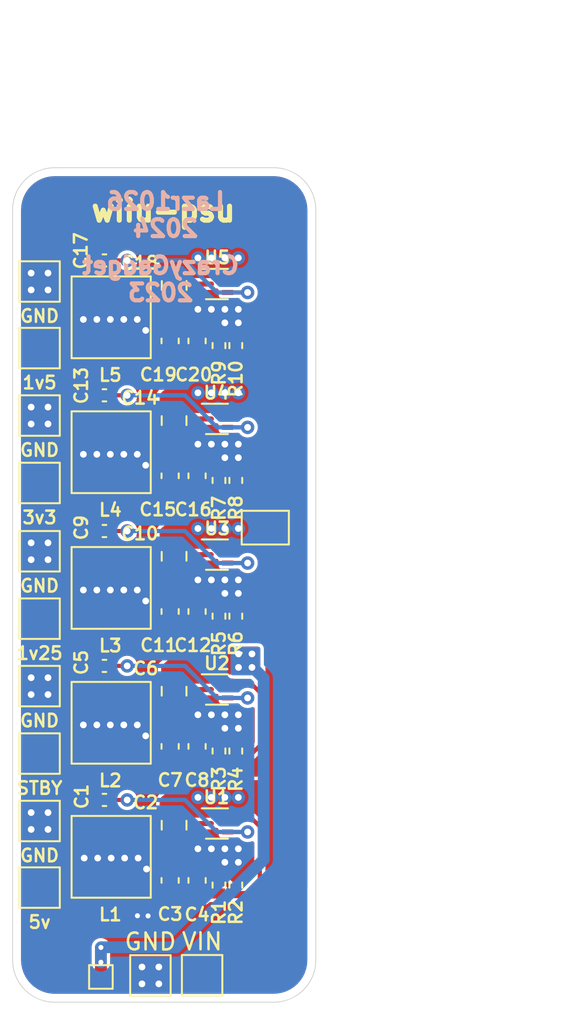
<source format=kicad_pcb>
(kicad_pcb (version 20240108) (generator "pcbnew") (generator_version "8.0")
  (layers (0 "F.Cu" signal) (31 "B.Cu" signal) (34 "B.Paste" user) (35 "F.Paste" user) (36 "B.SilkS" user "B.Silkscreen") (37 "F.SilkS" user "F.Silkscreen") (38 "B.Mask" user) (39 "F.Mask" user) (44 "Edge.Cuts" user))
  (net 0 "")
  (net 1 "Net-(U1-BST)")
  (net 2 "Net-(U1-SW)")
  (net 3 "GND")
  (net 4 "VIN")
  (net 5 "Net-(C3-Pad1)")
  (net 6 "Net-(U2-SW)")
  (net 7 "Net-(U2-BST)")
  (net 8 "Net-(C7-Pad1)")
  (net 9 "VIN_STBY")
  (net 10 "Net-(U3-BST)")
  (net 11 "Net-(C11-Pad1)")
  (net 12 "Net-(U3-SW)")
  (net 13 "Net-(JP1-B)")
  (net 14 "Net-(C15-Pad1)")
  (net 15 "Net-(U4-BST)")
  (net 16 "Net-(U4-SW)")
  (net 17 "Net-(C19-Pad1)")
  (net 18 "Net-(U5-BST)")
  (net 19 "Net-(U5-SW)")
  (net 20 "Net-(U1-FB)")
  (net 21 "Net-(U2-FB)")
  (net 22 "Net-(U3-FB)")
  (net 23 "Net-(U4-FB)")
  (net 24 "Net-(U5-FB)")
  (footprint "TestPoint:TestPoint_Pad_2.0x2.0mm" (layer "F.Cu") (at 140.14 126.42)
    (property "Reference" "TP1" (hide yes))
    (property "Value" "VIN")
  )
  (footprint "TestPoint:TestPoint_Pad_2.0x2.0mm" (layer "F.Cu") (at 137.07 126.43)
    (property "Reference" "TP3" (hide yes))
    (property "Value" "GND")
  )
  (footprint "Capacitor_SMD:C_0805_2012Metric" (layer "F.Cu") (at 138.476 109.57 90)
    (property "Reference" "C6")
    (property "Value" "10uF")
  )
  (footprint "Capacitor_SMD:C_0805_2012Metric" (layer "F.Cu") (at 138.476 117.52 90)
    (property "Reference" "C2")
    (property "Value" "10uF")
  )
  (footprint "Capacitor_SMD:C_0402_1005Metric" (layer "F.Cu") (at 134.34 116.02 180)
    (property "Reference" "C1")
    (property "Value" "100nF")
  )
  (footprint "Capacitor_SMD:C_0603_1608Metric" (layer "F.Cu") (at 139.84 120.795 90)
    (property "Reference" "C4")
    (property "Value" "22uF")
  )
  (footprint "Capacitor_SMD:C_0603_1608Metric" (layer "F.Cu") (at 138.24 112.845 90)
    (property "Reference" "C7")
    (property "Value" "22uF")
  )
  (footprint "Capacitor_SMD:C_0402_1005Metric" (layer "F.Cu") (at 134.34 108.07 180)
    (property "Reference" "C5")
    (property "Value" "100nF")
  )
  (footprint "Capacitor_SMD:C_0603_1608Metric" (layer "F.Cu") (at 138.24 120.795 90)
    (property "Reference" "C3")
    (property "Value" "22uF")
  )
  (footprint "Resistor_SMD:R_0402_1005Metric" (layer "F.Cu") (at 141.14 105.12 90)
    (property "Reference" "R5")
    (property "Value" "5.62k")
  )
  (footprint "Capacitor_SMD:C_0603_1608Metric" (layer "F.Cu") (at 139.84 96.795 90)
    (property "Reference" "C16")
    (property "Value" "22uF")
  )
  (footprint "Resistor_SMD:R_0402_1005Metric" (layer "F.Cu") (at 142.14 105.12 90)
    (property "Reference" "R6")
    (property "Value" "10k")
  )
  (footprint "PSU Plus:1919" (layer "F.Cu") (at 134.69 87.42 -90)
    (property "Reference" "L5")
    (property "Value" "3.3uH")
  )
  (footprint "PSU Plus:1919" (layer "F.Cu") (at 134.69 119.42 -90)
    (property "Reference" "L1")
    (property "Value" "3.3uH")
  )
  (footprint "Capacitor_SMD:C_0603_1608Metric" (layer "F.Cu") (at 139.84 112.845 90)
    (property "Reference" "C8")
    (property "Value" "22uF")
  )
  (footprint "Capacitor_SMD:C_0402_1005Metric" (layer "F.Cu") (at 134.34 100.07 180)
    (property "Reference" "C9")
    (property "Value" "100nF")
  )
  (footprint "Capacitor_SMD:C_0805_2012Metric" (layer "F.Cu") (at 138.476 101.57 90)
    (property "Reference" "C10")
    (property "Value" "10uF")
  )
  (footprint "PSU Plus:1919" (layer "F.Cu") (at 134.69 111.47 -90)
    (property "Reference" "L2")
    (property "Value" "3.3uH")
  )
  (footprint "Capacitor_SMD:C_0603_1608Metric" (layer "F.Cu") (at 138.24 104.845 90)
    (property "Reference" "C11")
    (property "Value" "22uF")
  )
  (footprint "Capacitor_SMD:C_0603_1608Metric" (layer "F.Cu") (at 139.84 104.845 90)
    (property "Reference" "C12")
    (property "Value" "22uF")
  )
  (footprint "Capacitor_SMD:C_0402_1005Metric" (layer "F.Cu") (at 134.34 92.02 180)
    (property "Reference" "C13")
    (property "Value" "100nF")
  )
  (footprint "Capacitor_SMD:C_0805_2012Metric" (layer "F.Cu") (at 138.476 93.52 90)
    (property "Reference" "C14")
    (property "Value" "10uF")
  )
  (footprint "Resistor_SMD:R_0402_1005Metric" (layer "F.Cu") (at 142.14 121.07 90)
    (property "Reference" "R2")
    (property "Value" "10k")
  )
  (footprint "Capacitor_SMD:C_0603_1608Metric" (layer "F.Cu") (at 138.24 96.795 90)
    (property "Reference" "C15")
    (property "Value" "22uF")
  )
  (footprint "Resistor_SMD:R_0402_1005Metric" (layer "F.Cu") (at 141.14 121.07 90)
    (property "Reference" "R1")
    (property "Value" "52.3k")
  )
  (footprint "Capacitor_SMD:C_0402_1005Metric" (layer "F.Cu") (at 134.34 84.02 180)
    (property "Reference" "C17")
    (property "Value" "100nF")
  )
  (footprint "Capacitor_SMD:C_0805_2012Metric" (layer "F.Cu") (at 138.481709 85.506355 90)
    (property "Reference" "C18")
    (property "Value" "10uF")
  )
  (footprint "Capacitor_SMD:C_0603_1608Metric" (layer "F.Cu") (at 138.24 88.795 90)
    (property "Reference" "C19")
    (property "Value" "22uF")
  )
  (footprint "Capacitor_SMD:C_0603_1608Metric" (layer "F.Cu") (at 139.84 88.795 90)
    (property "Reference" "C20")
    (property "Value" "22uF")
  )
  (footprint "Resistor_SMD:R_0402_1005Metric" (layer "F.Cu") (at 141.14 113.12 90)
    (property "Reference" "R3")
    (property "Value" "31.6k")
  )
  (footprint "PSU Plus:1919" (layer "F.Cu") (at 134.69 103.47 -90)
    (property "Reference" "L3")
    (property "Value" "3.3uH")
  )
  (footprint "PSU Plus:1919" (layer "F.Cu") (at 134.69 95.42 -90)
    (property "Reference" "L4")
    (property "Value" "3.3uH")
  )
  (footprint "Resistor_SMD:R_0402_1005Metric" (layer "F.Cu") (at 142.14 113.12 90)
    (property "Reference" "R4")
    (property "Value" "10k")
  )
  (footprint "Resistor_SMD:R_0402_1005Metric" (layer "F.Cu") (at 142.14 97.07 90)
    (property "Reference" "R8")
    (property "Value" "10k")
  )
  (footprint "Resistor_SMD:R_0402_1005Metric" (layer "F.Cu") (at 141.14 97.07 90)
    (property "Reference" "R7")
    (property "Value" "31.6k")
  )
  (footprint "Resistor_SMD:R_0402_1005Metric" (layer "F.Cu") (at 142.14 89.07 90)
    (property "Reference" "R10")
    (property "Value" "10k")
  )
  (footprint "PSU Plus:SOT-563mod" (layer "F.Cu") (at 141.02 101.47)
    (property "Reference" "U3")
    (property "Value" "AP62301Z6-7")
  )
  (footprint "TestPoint:TestPoint_Pad_2.0x2.0mm" (layer "F.Cu") (at 130.49 121.22)
    (property "Reference" "TP2" (hide yes))
    (property "Value" "5v")
  )
  (footprint "TestPoint:TestPoint_Pad_2.0x2.0mm" (layer "F.Cu") (at 130.49 101.27)
    (property "Reference" "TP8" (hide yes))
    (property "Value" "GND")
  )
  (footprint "TestPoint:TestPoint_Pad_2.0x2.0mm" (layer "F.Cu") (at 130.49 89.22)
    (property "Reference" "TP11" (hide yes))
    (property "Value" "1v5")
  )
  (footprint "PSU Plus:SOT-563mod" (layer "F.Cu") (at 141.02 117.42)
    (property "Reference" "U1")
    (property "Value" "AP62301Z6-7")
  )
  (footprint "TestPoint:TestPoint_Pad_2.0x2.0mm" (layer "F.Cu") (at 130.49 93.22)
    (property "Reference" "TP10" (hide yes))
    (property "Value" "GND")
  )
  (footprint "PSU Plus:SOT-563mod" (layer "F.Cu") (at 141.02 93.42)
    (property "Reference" "U4")
    (property "Value" "AP62301Z6-7")
  )
  (footprint "TestPoint:TestPoint_Pad_2.0x2.0mm" (layer "F.Cu") (at 130.49 97.22)
    (property "Reference" "TP9" (hide yes))
    (property "Value" "3v3")
  )
  (footprint "TestPoint:TestPoint_Pad_2.0x2.0mm" (layer "F.Cu") (at 130.49 113.27)
    (property "Reference" "TP5" (hide yes))
    (property "Value" "STBY")
  )
  (footprint "TestPoint:TestPoint_Pad_2.0x2.0mm" (layer "F.Cu") (at 130.49 105.27)
    (property "Reference" "TP7" (hide yes))
    (property "Value" "1v25")
  )
  (footprint "TestPoint:TestPoint_Pad_2.0x2.0mm" (layer "F.Cu") (at 130.49 109.27)
    (property "Reference" "TP6" (hide yes))
    (property "Value" "GND")
  )
  (footprint "PSU Plus:SOT-563mod" (layer "F.Cu") (at 141.02 109.47)
    (property "Reference" "U2")
    (property "Value" "AP62301Z6-7")
  )
  (footprint "TestPoint:TestPoint_Pad_2.0x2.0mm" (layer "F.Cu") (at 130.49 117.27)
    (property "Reference" "TP4" (hide yes))
    (property "Value" "GND")
  )
  (footprint "TestPoint:TestPoint_Pad_2.0x2.0mm" (layer "F.Cu") (at 130.49 85.27)
    (property "Reference" "TP12" (hide yes))
    (property "Value" "GND")
  )
  (footprint "Resistor_SMD:R_0402_1005Metric" (layer "F.Cu") (at 141.14 89.07 90)
    (property "Reference" "R9")
    (property "Value" "8.66k")
  )
  (footprint "PSU Plus:SOT-563mod" (layer "F.Cu") (at 141.02 85.42)
    (property "Reference" "U5")
    (property "Value" "AP62301Z6-7")
  )
  (footprint "Jumper:SolderJumper-2_P1.3mm_Open_Pad1.0x1.5mm" (layer "F.Cu") (at 143.89 99.87 180)
    (property "Reference" "JP1" (hide yes))
    (property "Value" "SolderJumper_2_Open" (hide yes))
  )
  (footprint "TestPoint:TestPoint_Pad_1.0x1.0mm" (layer "F.Cu") (at 134.13 126.52)
    (property "Reference" "TP13" (hide yes))
    (property "Value" "VIN_STBY")
  )
  (gr_poly (pts (xy 136.84 89.12) (xy 135.94 89.12) (xy 135.94 88.22)) (fill solid) (layer "F.Cu") (net 17))
  (gr_poly (pts (xy 141.49 89.87) (xy 140.34 89.87) (xy 140.34 89.27) (xy 141.49 89.27)) (fill solid) (layer "F.Cu") (net 17))
  (gr_poly (pts (xy 131.49 90.22) (xy 131.49 90.02) (xy 131.69 90.02)) (fill solid) (layer "F.Cu") (net 17))
  (gr_poly (pts (xy 140.49 89.27) (xy 140.34 89.27) (xy 140.34 89.12)) (fill solid) (layer "F.Cu") (net 17))
  (gr_poly (pts (xy 140.34 90.02) (xy 140.34 89.87) (xy 140.49 89.87)) (fill solid) (layer "F.Cu") (net 17))
  (gr_poly (pts (xy 135.94 89.12) (xy 140.34 89.12) (xy 140.34 89.27) (xy 140.34 89.37) (xy 140.34 89.77) (xy 140.34 89.87) (xy 140.34 90.02) (xy 129.49 90.02) (xy 129.49 88.22) (xy 135.94 88.22)) (fill solid) (layer "F.Cu") (net 17))
  (gr_poly (pts (xy 140.34 114.07) (xy 140.34 113.92) (xy 140.49 113.92)) (fill solid) (layer "F.Cu") (net 8))
  (gr_poly (pts (xy 135.94 113.17) (xy 140.34 113.17) (xy 140.34 113.32) (xy 140.34 113.42) (xy 140.34 113.82) (xy 140.34 113.92) (xy 140.34 114.07) (xy 129.49 114.07) (xy 129.49 112.27) (xy 135.94 112.27)) (fill solid) (layer "F.Cu") (net 8))
  (gr_poly (pts (xy 136.84 97.12) (xy 135.94 97.12) (xy 135.94 96.22)) (fill solid) (layer "F.Cu") (net 14))
  (gr_poly (pts (xy 140.34 122.02) (xy 140.34 121.87) (xy 140.49 121.87)) (fill solid) (layer "F.Cu") (net 5))
  (gr_poly (pts (xy 140.49 97.27) (xy 140.34 97.27) (xy 140.34 97.12)) (fill solid) (layer "F.Cu") (net 14))
  (gr_poly (pts (xy 131.49 106.27) (xy 131.49 106.07) (xy 131.69 106.07)) (fill solid) (layer "F.Cu") (net 11))
  (gr_poly (pts (xy 136.84 113.17) (xy 135.94 113.17) (xy 135.94 112.27)) (fill solid) (layer "F.Cu") (net 8))
  (gr_poly (pts (xy 140.34 106.07) (xy 140.34 105.92) (xy 140.49 105.92)) (fill solid) (layer "F.Cu") (net 11))
  (gr_poly (pts (xy 135.94 105.17) (xy 140.34 105.17) (xy 140.34 105.32) (xy 140.34 105.42) (xy 140.34 105.82) (xy 140.34 105.92) (xy 140.34 106.07) (xy 129.49 106.07) (xy 129.49 104.27) (xy 135.94 104.27)) (fill solid) (layer "F.Cu") (net 11))
  (gr_poly (pts (xy 136.84 121.12) (xy 135.94 121.12) (xy 135.94 120.22)) (fill solid) (layer "F.Cu") (net 5))
  (gr_poly (pts (xy 141.49 97.87) (xy 140.34 97.87) (xy 140.34 97.27) (xy 141.49 97.27)) (fill solid) (layer "F.Cu") (net 14))
  (gr_poly (pts (xy 131.49 98.22) (xy 131.49 98.02) (xy 131.69 98.02)) (fill solid) (layer "F.Cu") (net 14))
  (gr_poly (pts (xy 135.94 121.12) (xy 140.34 121.12) (xy 140.34 121.27) (xy 140.34 121.37) (xy 140.34 121.77) (xy 140.34 121.87) (xy 140.34 122.02) (xy 129.49 122.02) (xy 129.49 120.22) (xy 135.94 120.22)) (fill solid) (layer "F.Cu") (net 5))
  (gr_poly (pts (xy 140.49 121.27) (xy 140.34 121.27) (xy 140.34 121.12)) (fill solid) (layer "F.Cu") (net 5))
  (gr_poly (pts (xy 135.94 97.12) (xy 140.34 97.12) (xy 140.34 97.27) (xy 140.34 97.37) (xy 140.34 97.77) (xy 140.34 97.87) (xy 140.34 98.02) (xy 129.49 98.02) (xy 129.49 96.22) (xy 135.94 96.22)) (fill solid) (layer "F.Cu") (net 14))
  (gr_poly (pts (xy 140.49 105.32) (xy 140.34 105.32) (xy 140.34 105.17)) (fill solid) (layer "F.Cu") (net 11))
  (gr_poly (pts (xy 131.49 122.22) (xy 131.49 122.02) (xy 131.69 122.02)) (fill solid) (layer "F.Cu") (net 5))
  (gr_poly (pts (xy 141.49 121.87) (xy 140.34 121.87) (xy 140.34 121.27) (xy 141.49 121.27)) (fill solid) (layer "F.Cu") (net 5))
  (gr_poly (pts (xy 136.84 105.17) (xy 135.94 105.17) (xy 135.94 104.27)) (fill solid) (layer "F.Cu") (net 11))
  (gr_poly (pts (xy 140.34 98.02) (xy 140.34 97.87) (xy 140.49 97.87)) (fill solid) (layer "F.Cu") (net 14))
  (gr_poly (pts (xy 141.49 113.92) (xy 140.34 113.92) (xy 140.34 113.32) (xy 141.49 113.32)) (fill solid) (layer "F.Cu") (net 8))
  (gr_poly (pts (xy 131.49 114.27) (xy 131.49 114.07) (xy 131.69 114.07)) (fill solid) (layer "F.Cu") (net 8))
  (gr_poly (pts (xy 141.49 105.92) (xy 140.34 105.92) (xy 140.34 105.32) (xy 141.49 105.32)) (fill solid) (layer "F.Cu") (net 11))
  (gr_poly (pts (xy 140.49 113.32) (xy 140.34 113.32) (xy 140.34 113.17)) (fill solid) (layer "F.Cu") (net 8))
  (gr_line (start 131.39 128.02) (end 144.39 128.02) (stroke (width 0.05)) (layer "Edge.Cuts"))
  (gr_line (start 146.89 125.52) (end 146.89 81.02) (stroke (width 0.05)) (layer "Edge.Cuts"))
  (gr_line (start 144.39 78.52) (end 131.39 78.52) (stroke (width 0.05)) (layer "Edge.Cuts"))
  (gr_line (start 128.89 81.02) (end 128.89 125.52) (stroke (width 0.05)) (layer "Edge.Cuts"))
  (gr_arc (start 131.39 128.02) (mid 129.622233 127.287767) (end 128.89 125.52) (stroke (width 0.05)) (layer "Edge.Cuts"))
  (gr_arc (start 146.89 125.52) (mid 146.157767 127.287767) (end 144.39 128.02) (stroke (width 0.05)) (layer "Edge.Cuts"))
  (gr_arc (start 128.889501 81.02) (mid 129.62188 79.25188) (end 131.39 78.519501) (stroke (width 0.05)) (layer "Edge.Cuts"))
  (gr_arc (start 144.39 78.52) (mid 146.157767 79.252233) (end 146.89 81.02) (stroke (width 0.05)) (layer "Edge.Cuts"))
  (gr_text "Lazr1026\n2024" (at 137.965 81.32 0) (layer "B.SilkS") (effects (font (size 1 1) (thickness 0.25)) (justify mirror)))
  (gr_text "CrazyGadget\n2023" (at 137.676 85.131 0) (layer "B.SilkS") (effects (font (size 1 1) (thickness 0.25)) (justify mirror)))
  (gr_text "wiiu-psu" (at 137.84 81.07 0) (layer "F.SilkS") (effects (font (size 1.25 1.25) (thickness 0.3))))
  (segment (start 134.82 116.02) (end 135.69 116.02) (width 0.25) (layer "F.Cu") (net 1))
  (segment (start 142.84 117.92) (end 141.655 117.92) (width 0.25) (layer "F.Cu") (net 1))
  (via (at 135.69 116.02) (size 0.8) (drill 0.4) (layers "F.Cu" "B.Cu") (net 1))
  (via (at 142.84 117.92) (size 0.8) (drill 0.4) (layers "F.Cu" "B.Cu") (net 1))
  (segment (start 141.017932 117.92) (end 142.84 117.92) (width 0.25) (layer "B.Cu") (net 1))
  (segment (start 135.69 116.02) (end 139.117932 116.02) (width 0.25) (layer "B.Cu") (net 1))
  (segment (start 139.117932 116.02) (end 141.017932 117.92) (width 0.25) (layer "B.Cu") (net 1))
  (segment (start 133.86 116.79) (end 134.74 117.67) (width 0.25) (layer "F.Cu") (net 2))
  (segment (start 133.86 116.02) (end 133.86 116.79) (width 0.25) (layer "F.Cu") (net 2))
  (segment (start 142.14 120.59) (end 142.14 120.47) (width 0.25) (layer "F.Cu") (net 3))
  (segment (start 142.14 120.47) (end 142.164999 120.445001) (width 0.25) (layer "F.Cu") (net 3))
  (via (at 130.99 84.77) (size 0.8) (drill 0.4) (layers "F.Cu" "B.Cu") (net 3))
  (via (at 135.49 95.52) (size 0.8) (drill 0.4) (layers "F.Cu" "B.Cu") (net 3))
  (via (at 141.49 119.72) (size 0.8) (drill 0.4) (layers "F.Cu" "B.Cu") (net 3))
  (via (at 133.09 87.52) (size 0.8) (drill 0.4) (layers "F.Cu" "B.Cu") (net 3))
  (via (at 130.99 109.77) (size 0.8) (drill 0.4) (layers "F.Cu" "B.Cu") (net 3))
  (via (at 136.29 87.52) (size 0.8) (drill 0.4) (layers "F.Cu" "B.Cu") (net 3))
  (via (at 141.49 87.72) (size 0.8) (drill 0.4) (layers "F.Cu" "B.Cu") (net 3))
  (via (at 129.99 109.77) (size 0.8) (drill 0.4) (layers "F.Cu" "B.Cu") (net 3))
  (via (at 139.89 86.92) (size 0.8) (drill 0.4) (layers "F.Cu" "B.Cu") (net 3))
  (via (at 130.99 108.77) (size 0.8) (drill 0.4) (layers "F.Cu" "B.Cu") (net 3))
  (via (at 133.09 103.57) (size 0.8) (drill 0.4) (layers "F.Cu" "B.Cu") (net 3))
  (via (at 133.09 95.52) (size 0.8) (drill 0.4) (layers "F.Cu" "B.Cu") (net 3))
  (via (at 130.99 92.72) (size 0.8) (drill 0.4) (layers "F.Cu" "B.Cu") (net 3))
  (via (at 141.49 102.97) (size 0.8) (drill 0.4) (layers "F.Cu" "B.Cu") (net 3))
  (via (at 129.99 93.72) (size 0.8) (drill 0.4) (layers "F.Cu" "B.Cu") (net 3))
  (via (at 136.79 104.22) (size 0.8) (drill 0.4) (layers "F.Cu" "B.Cu") (net 3))
  (via (at 142.29 103.77) (size 0.8) (drill 0.4) (layers "F.Cu" "B.Cu") (net 3))
  (via (at 140.69 86.92) (size 0.8) (drill 0.4) (layers "F.Cu" "B.Cu") (net 3))
  (via (at 134.74 119.47) (size 0.8) (drill 0.4) (layers "F.Cu" "B.Cu") (net 3))
  (via (at 141.49 111.77) (size 0.8) (drill 0.4) (layers "F.Cu" "B.Cu") (net 3))
  (via (at 133.94 119.47) (size 0.8) (drill 0.4) (layers "F.Cu" "B.Cu") (net 3))
  (via (at 142.29 94.92) (size 0.8) (drill 0.4) (layers "F.Cu" "B.Cu") (net 3))
  (via (at 130.99 101.77) (size 0.8) (drill 0.4) (layers "F.Cu" "B.Cu") (net 3))
  (via (at 140.69 94.92) (size 0.8) (drill 0.4) (layers "F.Cu" "B.Cu") (net 3))
  (via (at 133.09 111.57) (size 0.8) (drill 0.4) (layers "F.Cu" "B.Cu") (net 3))
  (via (at 129.99 101.77) (size 0.8) (drill 0.4) (layers "F.Cu" "B.Cu") (net 3))
  (via (at 136.57 125.93) (size 0.8) (drill 0.4) (layers "F.Cu" "B.Cu") (net 3))
  (via (at 135.49 87.52) (size 0.8) (drill 0.4) (layers "F.Cu" "B.Cu") (net 3))
  (via (at 136.84 120.12) (size 0.8) (drill 0.4) (layers "F.Cu" "B.Cu") (net 3))
  (via (at 130.99 116.77) (size 0.8) (drill 0.4) (layers "F.Cu" "B.Cu") (net 3))
  (via (at 140.69 118.92) (size 0.8) (drill 0.4) (layers "F.Cu" "B.Cu") (net 3))
  (via (at 142.29 111.77) (size 0.8) (drill 0.4) (layers "F.Cu" "B.Cu") (net 3))
  (via (at 136.93 122.9) (size 0.6) (drill 0.3) (layers "F.Cu" "B.Cu") (net 3))
  (via (at 139.89 102.97) (size 0.8) (drill 0.4) (layers "F.Cu" "B.Cu") (net 3))
  (via (at 129.99 116.77) (size 0.8) (drill 0.4) (layers "F.Cu" "B.Cu") (net 3))
  (via (at 141.49 110.97) (size 0.8) (drill 0.4) (layers "F.Cu" "B.Cu") (net 3))
  (via (at 137.57 125.93) (size 0.8) (drill 0.4) (layers "F.Cu" "B.Cu") (net 3))
  (via (at 139.89 110.97) (size 0.8) (drill 0.4) (layers "F.Cu" "B.Cu") (net 3))
  (via (at 133.89 95.52) (size 0.8) (drill 0.4) (layers "F.Cu" "B.Cu") (net 3))
  (via (at 135.49 103.57) (size 0.8) (drill 0.4) (layers "F.Cu" "B.Cu") (net 3))
  (via (at 133.14 119.47) (size 0.8) (drill 0.4) (layers "F.Cu" "B.Cu") (net 3))
  (via (at 136.29 95.52) (size 0.8) (drill 0.4) (layers "F.Cu" "B.Cu") (net 3))
  (via (at 135.49 111.57) (size 0.8) (drill 0.4) (layers "F.Cu" "B.Cu") (net 3))
  (via (at 130.99 85.77) (size 0.8) (drill 0.4) (layers "F.Cu" "B.Cu") (net 3))
  (via (at 135.54 119.47) (size 0.8) (drill 0.4) (layers "F.Cu" "B.Cu") (net 3))
  (via (at 139.89 118.92) (size 0.8) (drill 0.4) (layers "F.Cu" "B.Cu") (net 3))
  (via (at 136.29 111.57) (size 0.8) (drill 0.4) (layers "F.Cu" "B.Cu") (net 3))
  (via (at 133.89 103.57) (size 0.8) (drill 0.4) (layers "F.Cu" "B.Cu") (net 3))
  (via (at 129.99 84.77) (size 0.8) (drill 0.4) (layers "F.Cu" "B.Cu") (net 3))
  (via (at 142.29 87.72) (size 0.8) (drill 0.4) (layers "F.Cu" "B.Cu") (net 3))
  (via (at 141.49 95.72) (size 0.8) (drill 0.4) (layers "F.Cu" "B.Cu") (net 3))
  (via (at 130.99 117.77) (size 0.8) (drill 0.4) (layers "F.Cu" "B.Cu") (net 3))
  (via (at 142.29 118.92) (size 0.8) (drill 0.4) (layers "F.Cu" "B.Cu") (net 3))
  (via (at 129.99 108.77) (size 0.8) (drill 0.4) (layers "F.Cu" "B.Cu") (net 3))
  (via (at 136.79 88.17) (size 0.8) (drill 0.4) (layers "F.Cu" "B.Cu") (net 3))
  (via (at 130.99 93.72) (size 0.8) (drill 0.4) (layers "F.Cu" "B.Cu") (net 3))
  (via (at 141.49 118.92) (size 0.8) (drill 0.4) (layers "F.Cu" "B.Cu") (net 3))
  (via (at 134.69 87.52) (size 0.8) (drill 0.4) (layers "F.Cu" "B.Cu") (net 3))
  (via (at 129.99 92.72) (size 0.8) (drill 0.4) (layers "F.Cu" "B.Cu") (net 3))
  (via (at 136.57 126.93) (size 0.8) (drill 0.4) (layers "F.Cu" "B.Cu") (net 3))
  (via (at 136.79 96.17) (size 0.8) (drill 0.4) (layers "F.Cu" "B.Cu") (net 3))
  (via (at 134.69 111.57) (size 0.8) (drill 0.4) (layers "F.Cu" "B.Cu") (net 3))
  (via (at 142.29 95.72) (size 0.8) (drill 0.4) (layers "F.Cu" "B.Cu") (net 3))
  (via (at 141.49 86.92) (size 0.8) (drill 0.4) (layers "F.Cu" "B.Cu") (net 3))
  (via (at 129.99 117.77) (size 0.8) (drill 0.4) (layers "F.Cu" "B.Cu") (net 3))
  (via (at 141.49 103.77) (size 0.8) (drill 0.4) (layers "F.Cu" "B.Cu") (net 3))
  (via (at 142.29 102.97) (size 0.8) (drill 0.4) (layers "F.Cu" "B.Cu") (net 3))
  (via (at 134.69 95.52) (size 0.8) (drill 0.4) (layers "F.Cu" "B.Cu") (net 3))
  (via (at 142.29 86.92) (size 0.8) (drill 0.4) (layers "F.Cu" "B.Cu") (net 3))
  (via (at 136.3 122.89) (size 0.6) (drill 0.3) (layers "F.Cu" "B.Cu") (net 3))
  (via (at 129.99 85.77) (size 0.8) (drill 0.4) (layers "F.Cu" "B.Cu") (net 3))
  (via (at 140.69 102.97) (size 0.8) (drill 0.4) (layers "F.Cu" "B.Cu") (net 3))
  (via (at 141.49 94.92) (size 0.8) (drill 0.4) (layers "F.Cu" "B.Cu") (net 3))
  (via (at 133.89 111.57) (size 0.8) (drill 0.4) (layers "F.Cu" "B.Cu") (net 3))
  (via (at 136.29 103.57) (size 0.8) (drill 0.4) (layers "F.Cu" "B.Cu") (net 3))
  (via (at 139.89 94.92) (size 0.8) (drill 0.4) (layers "F.Cu" "B.Cu") (net 3))
  (via (at 130.99 100.77) (size 0.8) (drill 0.4) (layers "F.Cu" "B.Cu") (net 3))
  (via (at 142.29 110.97) (size 0.8) (drill 0.4) (layers "F.Cu" "B.Cu") (net 3))
  (via (at 129.99 100.77) (size 0.8) (drill 0.4) (layers "F.Cu" "B.Cu") (net 3))
  (via (at 140.69 110.97) (size 0.8) (drill 0.4) (layers "F.Cu" "B.Cu") (net 3))
  (via (at 134.69 103.57) (size 0.8) (drill 0.4) (layers "F.Cu" "B.Cu") (net 3))
  (via (at 142.29 119.72) (size 0.8) (drill 0.4) (layers "F.Cu" "B.Cu") (net 3))
  (via (at 136.79 112.22) (size 0.8) (drill 0.4) (layers "F.Cu" "B.Cu") (net 3))
  (via (at 133.89 87.52) (size 0.8) (drill 0.4) (layers "F.Cu" "B.Cu") (net 3))
  (via (at 136.34 119.47) (size 0.8) (drill 0.4) (layers "F.Cu" "B.Cu") (net 3))
  (via (at 137.57 126.93) (size 0.8) (drill 0.4) (layers "F.Cu" "B.Cu") (net 3))
  (via (at 139.89 83.87) (size 0.8) (drill 0.4) (layers "F.Cu" "B.Cu") (net 4))
  (via (at 141.49 91.87) (size 0.8) (drill 0.4) (layers "F.Cu" "B.Cu") (net 4))
  (via (at 139.89 115.87) (size 0.8) (drill 0.4) (layers "F.Cu" "B.Cu") (net 4))
  (via (at 140.69 91.87) (size 0.8) (drill 0.4) (layers "F.Cu" "B.Cu") (net 4))
  (via (at 142.29 83.87) (size 0.8) (drill 0.4) (layers "F.Cu" "B.Cu") (net 4))
  (via (at 141.49 115.87) (size 0.8) (drill 0.4) (layers "F.Cu" "B.Cu") (net 4))
  (via (at 139.89 91.87) (size 0.8) (drill 0.4) (layers "F.Cu" "B.Cu") (net 4))
  (via (at 142.29 91.87) (size 0.8) (drill 0.4) (layers "F.Cu" "B.Cu") (net 4))
  (via (at 141.49 83.87) (size 0.8) (drill 0.4) (layers "F.Cu" "B.Cu") (net 4))
  (via (at 140.69 83.87) (size 0.8) (drill 0.4) (layers "F.Cu" "B.Cu") (net 4))
  (via (at 142.29 115.87) (size 0.8) (drill 0.4) (layers "F.Cu" "B.Cu") (net 4))
  (via (at 140.69 115.87) (size 0.8) (drill 0.4) (layers "F.Cu" "B.Cu") (net 4))
  (segment (start 135.49 121.12) (end 135.94 121.57) (width 0.25) (layer "F.Cu") (net 5))
  (segment (start 135.94 121.57) (end 138.24 121.57) (width 0.25) (layer "F.Cu") (net 5))
  (segment (start 134.74 121.12) (end 135.49 121.12) (width 0.25) (layer "F.Cu") (net 5))
  (segment (start 130.49 121.22) (end 134.64 121.22) (width 0.25) (layer "F.Cu") (net 5))
  (segment (start 134.64 121.22) (end 134.74 121.12) (width 0.25) (layer "F.Cu") (net 5))
  (segment (start 141.12 121.57) (end 141.14 121.55) (width 0.25) (layer "F.Cu") (net 5))
  (segment (start 139.84 121.57) (end 141.12 121.57) (width 0.25) (layer "F.Cu") (net 5))
  (segment (start 138.24 121.57) (end 139.84 121.57) (width 0.25) (layer "F.Cu") (net 5))
  (segment (start 133.86 108.07) (end 133.86 108.84) (width 0.25) (layer "F.Cu") (net 6))
  (segment (start 133.86 108.84) (end 134.74 109.72) (width 0.25) (layer "F.Cu") (net 6))
  (segment (start 134.82 108.07) (end 135.69 108.07) (width 0.25) (layer "F.Cu") (net 7))
  (segment (start 141.655 109.97) (end 142.84 109.97) (width 0.25) (layer "F.Cu") (net 7))
  (via (at 142.84 109.97) (size 0.8) (drill 0.4) (layers "F.Cu" "B.Cu") (net 7))
  (via (at 135.69 108.07) (size 0.8) (drill 0.4) (layers "F.Cu" "B.Cu") (net 7))
  (segment (start 139.117932 108.07) (end 141.017932 109.97) (width 0.25) (layer "B.Cu") (net 7))
  (segment (start 135.69 108.07) (end 139.117932 108.07) (width 0.25) (layer "B.Cu") (net 7))
  (segment (start 141.017932 109.97) (end 142.84 109.97) (width 0.25) (layer "B.Cu") (net 7))
  (segment (start 135.49 113.17) (end 135.94 113.62) (width 0.25) (layer "F.Cu") (net 8))
  (segment (start 134.74 113.17) (end 135.49 113.17) (width 0.25) (layer "F.Cu") (net 8))
  (segment (start 141.12 113.62) (end 141.14 113.6) (width 0.25) (layer "F.Cu") (net 8))
  (segment (start 130.49 113.27) (end 134.64 113.27) (width 0.25) (layer "F.Cu") (net 8))
  (segment (start 135.94 113.62) (end 138.24 113.62) (width 0.25) (layer "F.Cu") (net 8))
  (segment (start 138.24 113.62) (end 139.84 113.62) (width 0.25) (layer "F.Cu") (net 8))
  (segment (start 139.84 113.62) (end 141.12 113.62) (width 0.25) (layer "F.Cu") (net 8))
  (segment (start 134.64 113.27) (end 134.74 113.17) (width 0.25) (layer "F.Cu") (net 8))
  (segment (start 134.13 124.77) (end 134.13 126.52) (width 0.7) (layer "F.Cu") (net 9))
  (via (at 143.1 108.16) (size 0.8) (drill 0.4) (layers "F.Cu" "B.Cu") (net 9))
  (via (at 134.13 125.65) (size 0.6) (drill 0.3) (layers "F.Cu" "B.Cu") (net 9))
  (via (at 134.13 124.77) (size 0.6) (drill 0.3) (layers "F.Cu" "B.Cu") (net 9))
  (via (at 143.1 107.36) (size 0.8) (drill 0.4) (layers "F.Cu" "B.Cu") (net 9))
  (via (at 142.3 107.36) (size 0.8) (drill 0.4) (layers "F.Cu" "B.Cu") (net 9))
  (via (at 142.3 108.16) (size 0.8) (drill 0.4) (layers "F.Cu" "B.Cu") (net 9))
  (segment (start 138.593503 124.76) (end 143.79 119.563503) (width 0.7) (layer "B.Cu") (net 9))
  (segment (start 134.13 124.77) (end 134.13 125.65) (width 0.7) (layer "B.Cu") (net 9))
  (segment (start 134.13 124.77) (end 134.14 124.76) (width 0.7) (layer "B.Cu") (net 9))
  (segment (start 143.79 108.8) (end 142.74 107.75) (width 0.7) (layer "B.Cu") (net 9))
  (segment (start 134.14 124.76) (end 138.593503 124.76) (width 0.7) (layer "B.Cu") (net 9))
  (segment (start 143.79 119.563503) (end 143.79 108.8) (width 0.7) (layer "B.Cu") (net 9))
  (segment (start 142.84 101.97) (end 141.655 101.97) (width 0.25) (layer "F.Cu") (net 10))
  (segment (start 134.82 100.07) (end 135.69 100.07) (width 0.25) (layer "F.Cu") (net 10))
  (via (at 142.84 101.97) (size 0.8) (drill 0.4) (layers "F.Cu" "B.Cu") (net 10))
  (via (at 135.69 100.07) (size 0.8) (drill 0.4) (layers "F.Cu" "B.Cu") (net 10))
  (segment (start 135.69 100.07) (end 139.117932 100.07) (width 0.25) (layer "B.Cu") (net 10))
  (segment (start 141.017932 101.97) (end 142.84 101.97) (width 0.25) (layer "B.Cu") (net 10))
  (segment (start 139.117932 100.07) (end 141.017932 101.97) (width 0.25) (layer "B.Cu") (net 10))
  (segment (start 130.49 105.27) (end 134.64 105.27) (width 0.25) (layer "F.Cu") (net 11))
  (segment (start 141.12 105.62) (end 141.14 105.6) (width 0.25) (layer "F.Cu") (net 11))
  (segment (start 134.74 105.17) (end 135.44 105.17) (width 0.25) (layer "F.Cu") (net 11))
  (segment (start 135.89 105.62) (end 138.24 105.62) (width 0.25) (layer "F.Cu") (net 11))
  (segment (start 138.24 105.62) (end 139.84 105.62) (width 0.25) (layer "F.Cu") (net 11))
  (segment (start 135.44 105.17) (end 135.89 105.62) (width 0.25) (layer "F.Cu") (net 11))
  (segment (start 134.64 105.27) (end 134.74 105.17) (width 0.25) (layer "F.Cu") (net 11))
  (segment (start 139.84 105.62) (end 141.12 105.62) (width 0.25) (layer "F.Cu") (net 11))
  (segment (start 133.86 100.07) (end 133.86 100.84) (width 0.25) (layer "F.Cu") (net 12))
  (segment (start 133.86 100.84) (end 134.74 101.72) (width 0.25) (layer "F.Cu") (net 12))
  (via (at 142.29 99.92) (size 0.8) (drill 0.4) (layers "F.Cu" "B.Cu") (net 13))
  (via (at 139.89 99.92) (size 0.8) (drill 0.4) (layers "F.Cu" "B.Cu") (net 13))
  (via (at 141.49 99.92) (size 0.8) (drill 0.4) (layers "F.Cu" "B.Cu") (net 13))
  (via (at 140.69 99.92) (size 0.8) (drill 0.4) (layers "F.Cu" "B.Cu") (net 13))
  (segment (start 134.74 97.12) (end 135.44 97.12) (width 0.25) (layer "F.Cu") (net 14))
  (segment (start 138.24 97.57) (end 139.84 97.57) (width 0.25) (layer "F.Cu") (net 14))
  (segment (start 134.64 97.22) (end 134.74 97.12) (width 0.25) (layer "F.Cu") (net 14))
  (segment (start 139.84 97.57) (end 141.12 97.57) (width 0.25) (layer "F.Cu") (net 14))
  (segment (start 130.49 97.22) (end 134.64 97.22) (width 0.25) (layer "F.Cu") (net 14))
  (segment (start 135.44 97.12) (end 135.89 97.57) (width 0.25) (layer "F.Cu") (net 14))
  (segment (start 141.12 97.57) (end 141.14 97.55) (width 0.25) (layer "F.Cu") (net 14))
  (segment (start 135.89 97.57) (end 138.24 97.57) (width 0.25) (layer "F.Cu") (net 14))
  (segment (start 141.655 93.92) (end 142.84 93.92) (width 0.25) (layer "F.Cu") (net 15))
  (segment (start 134.82 92.02) (end 135.69 92.02) (width 0.25) (layer "F.Cu") (net 15))
  (via (at 142.84 93.92) (size 0.8) (drill 0.4) (layers "F.Cu" "B.Cu") (net 15))
  (via (at 135.69 92.02) (size 0.8) (drill 0.4) (layers "F.Cu" "B.Cu") (net 15))
  (segment (start 139.117932 92.02) (end 141.017932 93.92) (width 0.25) (layer "B.Cu") (net 15))
  (segment (start 135.69 92.02) (end 139.117932 92.02) (width 0.25) (layer "B.Cu") (net 15))
  (segment (start 141.017932 93.92) (end 142.84 93.92) (width 0.25) (layer "B.Cu") (net 15))
  (segment (start 133.86 92.02) (end 133.86 92.79) (width 0.25) (layer "F.Cu") (net 16))
  (segment (start 133.86 92.79) (end 134.74 93.67) (width 0.25) (layer "F.Cu") (net 16))
  (segment (start 130.49 89.22) (end 134.64 89.22) (width 0.25) (layer "F.Cu") (net 17))
  (segment (start 135.94 89.57) (end 138.24 89.57) (width 0.25) (layer "F.Cu") (net 17))
  (segment (start 138.24 89.57) (end 139.84 89.57) (width 0.25) (layer "F.Cu") (net 17))
  (segment (start 139.84 89.57) (end 141.12 89.57) (width 0.25) (layer "F.Cu") (net 17))
  (segment (start 141.12 89.57) (end 141.14 89.55) (width 0.25) (layer "F.Cu") (net 17))
  (segment (start 135.49 89.12) (end 135.94 89.57) (width 0.25) (layer "F.Cu") (net 17))
  (segment (start 134.74 89.12) (end 135.49 89.12) (width 0.25) (layer "F.Cu") (net 17))
  (segment (start 134.64 89.22) (end 134.74 89.12) (width 0.25) (layer "F.Cu") (net 17))
  (segment (start 142.84 85.92) (end 141.655 85.92) (width 0.25) (layer "F.Cu") (net 18))
  (segment (start 134.82 84.02) (end 135.69 84.02) (width 0.25) (layer "F.Cu") (net 18))
  (via (at 135.69 84.02) (size 0.8) (drill 0.4) (layers "F.Cu" "B.Cu") (net 18))
  (via (at 142.84 85.92) (size 0.8) (drill 0.4) (layers "F.Cu" "B.Cu") (net 18))
  (segment (start 139.117932 84.02) (end 141.017932 85.92) (width 0.25) (layer "B.Cu") (net 18))
  (segment (start 141.017932 85.92) (end 142.84 85.92) (width 0.25) (layer "B.Cu") (net 18))
  (segment (start 135.69 84.02) (end 139.117932 84.02) (width 0.25) (layer "B.Cu") (net 18))
  (segment (start 140.360001 85.444999) (end 140.385 85.42) (width 0.25) (layer "F.Cu") (net 19))
  (segment (start 133.86 84.79) (end 134.74 85.67) (width 0.25) (layer "F.Cu") (net 19))
  (segment (start 133.86 84.02) (end 133.86 84.79) (width 0.25) (layer "F.Cu") (net 19))
  (segment (start 142.114999 121.548001) (end 142.734999 121.548001) (width 0.25) (layer "F.Cu") (net 20))
  (segment (start 143.564999 120.718001) (end 143.564999 117.595001) (width 0.25) (layer "F.Cu") (net 20))
  (segment (start 142.888001 116.918001) (end 141.629999 116.918001) (width 0.25) (layer "F.Cu") (net 20))
  (segment (start 143.54 117.57) (end 142.888001 116.918001) (width 0.25) (layer "F.Cu") (net 20))
  (segment (start 141.679999 116.944999) (end 141.655 116.92) (width 0.25) (layer "F.Cu") (net 20))
  (segment (start 142.734999 121.548001) (end 143.564999 120.718001) (width 0.25) (layer "F.Cu") (net 20))
  (segment (start 141.14 120.59) (end 141.18 120.59) (width 0.25) (layer "F.Cu") (net 20))
  (segment (start 141.18 120.59) (end 142.14 121.55) (width 0.25) (layer "F.Cu") (net 20))
  (segment (start 141.14 112.64) (end 141.18 112.64) (width 0.25) (layer "F.Cu") (net 21))
  (segment (start 143.59 112.7815) (end 143.59 109.6585) (width 0.25) (layer "F.Cu") (net 21))
  (segment (start 141.679999 108.994999) (end 141.655 108.97) (width 0.25) (layer "F.Cu") (net 21))
  (segment (start 142.913002 108.9815) (end 141.655 108.9815) (width 0.25) (layer "F.Cu") (net 21))
  (segment (start 141.18 112.64) (end 142.14 113.6) (width 0.25) (layer "F.Cu") (net 21))
  (segment (start 142.14 113.6115) (end 142.76 113.6115) (width 0.25) (layer "F.Cu") (net 21))
  (segment (start 142.76 113.6115) (end 143.59 112.7815) (width 0.25) (layer "F.Cu") (net 21))
  (segment (start 143.565001 109.633499) (end 142.913002 108.9815) (width 0.25) (layer "F.Cu") (net 21))
  (segment (start 142.114999 105.598001) (end 142.734999 105.598001) (width 0.25) (layer "F.Cu") (net 22))
  (segment (start 141.14 104.64) (end 141.18 104.64) (width 0.25) (layer "F.Cu") (net 22))
  (segment (start 142.734999 105.598001) (end 143.564999 104.768001) (width 0.25) (layer "F.Cu") (net 22))
  (segment (start 141.18 104.64) (end 142.14 105.6) (width 0.25) (layer "F.Cu") (net 22))
  (segment (start 143.54 101.62) (end 142.888001 100.968001) (width 0.25) (layer "F.Cu") (net 22))
  (segment (start 142.888001 100.968001) (end 141.629999 100.968001) (width 0.25) (layer "F.Cu") (net 22))
  (segment (start 143.564999 104.768001) (end 143.564999 101.645001) (width 0.25) (layer "F.Cu") (net 22))
  (segment (start 143.565001 93.571999) (end 142.913002 92.92) (width 0.25) (layer "F.Cu") (net 23))
  (segment (start 143.59 96.72) (end 143.59 93.597) (width 0.25) (layer "F.Cu") (net 23))
  (segment (start 142.76 97.55) (end 143.59 96.72) (width 0.25) (layer "F.Cu") (net 23))
  (segment (start 142.913002 92.92) (end 141.655 92.92) (width 0.25) (layer "F.Cu") (net 23))
  (segment (start 141.18 96.59) (end 142.14 97.55) (width 0.25) (layer "F.Cu") (net 23))
  (segment (start 142.14 97.55) (end 142.76 97.55) (width 0.25) (layer "F.Cu") (net 23))
  (segment (start 141.14 96.59) (end 141.18 96.59) (width 0.25) (layer "F.Cu") (net 23))
  (segment (start 143.565001 85.571999) (end 142.913002 84.92) (width 0.25) (layer "F.Cu") (net 24))
  (segment (start 143.565001 88.694999) (end 143.565001 85.571999) (width 0.25) (layer "F.Cu") (net 24))
  (segment (start 141.14 88.59) (end 141.18 88.59) (width 0.25) (layer "F.Cu") (net 24))
  (segment (start 142.14 89.55) (end 142.71 89.55) (width 0.25) (layer "F.Cu") (net 24))
  (segment (start 142.71 89.55) (end 143.565001 88.694999) (width 0.25) (layer "F.Cu") (net 24))
  (segment (start 142.913002 84.92) (end 141.655 84.92) (width 0.25) (layer "F.Cu") (net 24))
  (segment (start 141.18 88.59) (end 142.14 89.55) (width 0.25) (layer "F.Cu") (net 24))
  (zone (net 3) (net_name "GND") (layer "F.Cu") (connect_pads yes (clearance 0)) (min_thickness 0.254) (fill yes (thermal_gap 0.508) (thermal_bridge_width 0.508))
    (polygon (pts (xy 147.39 128.62) (xy 128.14 128.62) (xy 128.14 78.22) (xy 147.39 78.22)))
  )
  (zone (net 12) (net_name "Net-(U3-SW)") (layer "F.Cu") (priority 1) (connect_pads yes (clearance 0.127)) (min_thickness 0.254) (fill yes (thermal_gap 0.508) (thermal_bridge_width 0.508) (smoothing fillet) (radius 0.4))
    (polygon (pts (xy 137.663 101.182809) (xy 140.827 101.171809) (xy 140.827001 101.621809) (xy 140.727 101.721809) (xy 140.127 101.88) (xy 137.79 101.88) (xy 136.901 102.821809) (xy 133.277 102.821809) (xy 133.277 100.671809) (xy 137.155 100.674809)))
  )
  (zone (net 4) (net_name "VIN") (layer "F.Cu") (priority 2) (connect_pads yes (clearance 0.127)) (min_thickness 0.254) (fill yes (thermal_gap 0.508) (thermal_bridge_width 0.508) (smoothing fillet) (radius 0.4))
    (polygon (pts (xy 146.69 115.72) (xy 146.69 117.52) (xy 143.915 117.52) (xy 143.04 116.645) (xy 141.24 116.645) (xy 141.24 117.07) (xy 137.615 117.07) (xy 137.615 115.92) (xy 139.065 114.845) (xy 145.815 114.845)))
  )
  (zone (net 6) (net_name "Net-(U2-SW)") (layer "F.Cu") (priority 1) (connect_pads yes (clearance 0.127)) (min_thickness 0.254) (fill yes (thermal_gap 0.508) (thermal_bridge_width 0.508) (smoothing fillet) (radius 0.4))
    (polygon (pts (xy 137.673 109.182809) (xy 140.837 109.171809) (xy 140.837001 109.621809) (xy 140.737 109.721809) (xy 140.137 109.88) (xy 137.8 109.88) (xy 136.911 110.821809) (xy 133.287 110.821809) (xy 133.287 108.671809) (xy 137.165 108.674809)))
  )
  (zone (net 4) (net_name "VIN") (layer "F.Cu") (priority 3) (connect_pads yes (clearance 0.127)) (min_thickness 0.254) (fill yes (thermal_gap 0.508) (thermal_bridge_width 0.508) (smoothing fillet) (radius 0.4))
    (polygon (pts (xy 146.693 83.734) (xy 146.693 120.945) (xy 141.613 126.025) (xy 141.613 127.803) (xy 138.692 127.803) (xy 138.692 125.898) (xy 143.899 120.691) (xy 143.899 85.512) (xy 143.9 85.05) (xy 143.9 84.91) (xy 143.9 84.77) (xy 143.9 84.65) (xy 143.9 83.71) (xy 143.9 82.845) (xy 145.804 82.845)))
  )
  (zone (net 4) (net_name "VIN") (layer "F.Cu") (priority 2) (connect_pads yes (clearance 0.127)) (min_thickness 0.254) (fill yes (thermal_gap 0.508) (thermal_bridge_width 0.508) (smoothing fillet) (radius 0.4))
    (polygon (pts (xy 146.69 91.72) (xy 146.69 93.52) (xy 143.915 93.52) (xy 143.04 92.645) (xy 141.24 92.645) (xy 141.24 93.07) (xy 137.615 93.07) (xy 137.615 91.92) (xy 139.065 90.845) (xy 145.815 90.845)))
  )
  (zone (net 16) (net_name "Net-(U4-SW)") (layer "F.Cu") (priority 1) (connect_pads yes (clearance 0.127)) (min_thickness 0.254) (fill yes (thermal_gap 0.508) (thermal_bridge_width 0.508) (smoothing fillet) (radius 0.4))
    (polygon (pts (xy 137.673 93.132809) (xy 140.837 93.121809) (xy 140.837001 93.571809) (xy 140.737 93.671809) (xy 140.137 93.83) (xy 137.8 93.83) (xy 136.911 94.771809) (xy 133.287 94.771809) (xy 133.287 92.621809) (xy 137.165 92.624809)))
  )
  (zone (net 4) (net_name "VIN") (layer "F.Cu") (priority 2) (connect_pads yes (clearance 0.127)) (min_thickness 0.254) (fill yes (thermal_gap 0.508) (thermal_bridge_width 0.508) (smoothing fillet) (radius 0.4))
    (polygon (pts (xy 143.915 82.865) (xy 143.915 84.64) (xy 143.19 84.64) (xy 142.74 84.64) (xy 141.24 84.64) (xy 141.24 85.065) (xy 137.615 85.065) (xy 137.615 83.915) (xy 139.065 82.84) (xy 142.49 82.84)))
  )
  (zone (net 2) (net_name "Net-(U1-SW)") (layer "F.Cu") (priority 1) (connect_pads yes (clearance 0.127)) (min_thickness 0.254) (fill yes (thermal_gap 0.508) (thermal_bridge_width 0.508) (smoothing fillet) (radius 0.4))
    (polygon (pts (xy 137.673 117.132809) (xy 140.837 117.121809) (xy 140.837001 117.571809) (xy 140.737 117.671809) (xy 140.137 117.83) (xy 137.8 117.83) (xy 136.911 118.771809) (xy 133.287 118.771809) (xy 133.287 116.621809) (xy 137.165 116.624809)))
  )
  (zone (net 9) (net_name "VIN_STBY") (layer "F.Cu") (priority 4) (connect_pads (clearance 0.127)) (min_thickness 0.25) (fill yes (thermal_gap 0.5) (thermal_bridge_width 0.5))
    (polygon (pts (xy 137.71 109.03) (xy 137.71 108.07) (xy 139.07 106.93) (xy 143.54 106.92) (xy 143.54 108.58) (xy 140.97 108.58) (xy 140.97 109.12) (xy 137.8 109.12)))
  )
  (zone (net 19) (net_name "Net-(U5-SW)") (layer "F.Cu") (priority 1) (connect_pads yes (clearance 0.127)) (min_thickness 0.254) (fill yes (thermal_gap 0.508) (thermal_bridge_width 0.508) (smoothing fillet) (radius 0.4))
    (polygon (pts (xy 137.676 85.131) (xy 140.84 85.12) (xy 140.840001 85.57) (xy 140.74 85.67) (xy 140.14 85.828191) (xy 137.803 85.828191) (xy 136.914 86.77) (xy 133.29 86.77) (xy 133.29 84.62) (xy 137.168 84.623)))
  )
  (zone (net 13) (net_name "Net-(JP1-B)") (layer "F.Cu") (priority 2) (connect_pads yes (clearance 0.127)) (min_thickness 0.254) (fill yes (thermal_gap 0.508) (thermal_bridge_width 0.508) (smoothing fillet) (radius 0.4))
    (polygon (pts (xy 143.915 98.92) (xy 143.915 100.695) (xy 143.19 100.695) (xy 142.74 100.695) (xy 141.24 100.695) (xy 141.24 101.12) (xy 137.615 101.12) (xy 137.615 99.97) (xy 139.065 98.895) (xy 142.49 98.895)))
  )
  (zone (net 3) (net_name "GND") (layer "B.Cu") (connect_pads yes (clearance 0)) (min_thickness 0.254) (fill yes (thermal_gap 0.508) (thermal_bridge_width 0.508))
    (polygon (pts (xy 147.39 128.67) (xy 128.14 128.62) (xy 128.14 78.22) (xy 147.39 78.22)))
  )
  (zone (net 9) (net_name "VIN_STBY") (layer "B.Cu") (priority 5) (connect_pads (clearance 0.127)) (min_thickness 0.25) (fill yes (thermal_gap 0.5) (thermal_bridge_width 0.5))
    (polygon (pts (xy 141.83 108.63) (xy 141.83 106.93) (xy 143.6 106.93) (xy 143.6 108.63)))
  )
)
</source>
